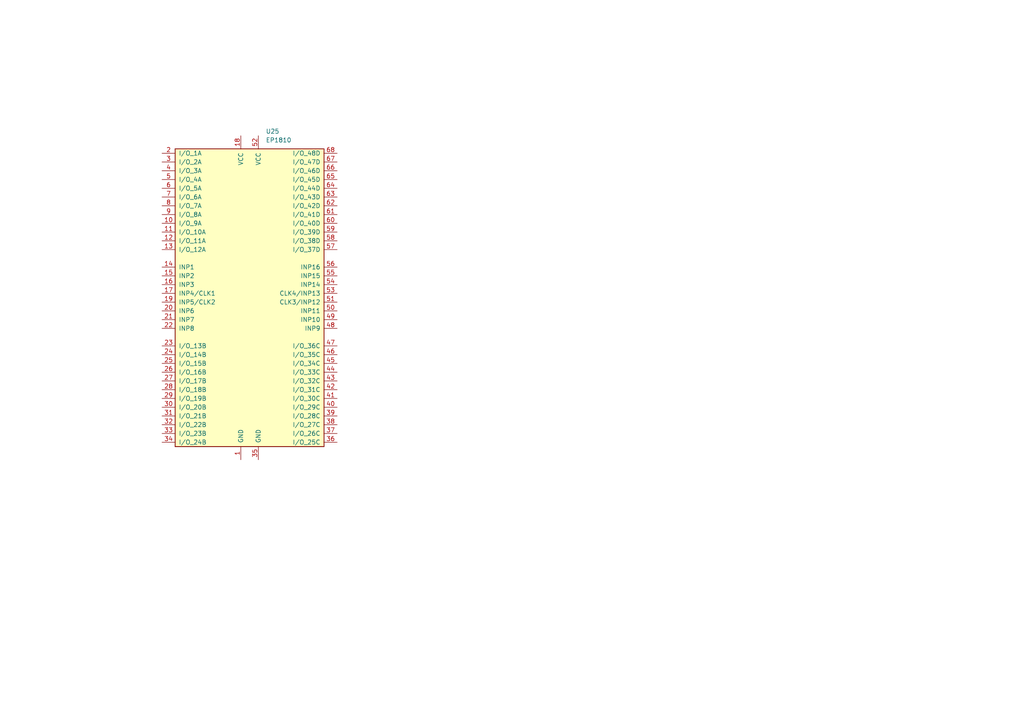
<source format=kicad_sch>
(kicad_sch (version 20250114) (generator "eeschema") (generator_version "9.0")
  (paper "A4")
  (lib_symbols
    (symbol "CPLD_Altera:EP1810" (pin_names (offset 1.016))
      (property "Reference" "U" (at -5.08 47.625 0))
      (property "Value" "EP1810" (at -5.08 45.72 0))
      (symbol "EP1810_0_1"
        (rectangle (start -21.59 -41.91) (end 21.59 44.45) (stroke (width 0.254)) (fill (type background)))
      )
      (symbol "EP1810_1_1"
        (pin input line (at -25.4 43.18 0) (length 3.81) (name "I/O_1A") (number "2"))
        (pin input line (at -25.4 40.64 0) (length 3.81) (name "I/O_2A") (number "3"))
        (pin input line (at -25.4 38.1 0) (length 3.81) (name "I/O_3A") (number "4"))
        (pin input line (at -25.4 35.56 0) (length 3.81) (name "I/O_4A") (number "5"))
        (pin input line (at -25.4 33.02 0) (length 3.81) (name "I/O_5A") (number "6"))
        (pin input line (at -25.4 30.48 0) (length 3.81) (name "I/O_6A") (number "7"))
        (pin input line (at -25.4 27.94 0) (length 3.81) (name "I/O_7A") (number "8"))
        (pin input line (at -25.4 25.4 0) (length 3.81) (name "I/O_8A") (number "9"))
        (pin input line (at -25.4 22.86 0) (length 3.81) (name "I/O_9A") (number "10"))
        (pin input line (at -25.4 20.32 0) (length 3.81) (name "I/O_10A") (number "11"))
        (pin input line (at -25.4 17.78 0) (length 3.81) (name "I/O_11A") (number "12"))
        (pin input line (at -25.4 15.24 0) (length 3.81) (name "I/O_12A") (number "13"))
        (pin input line (at -25.4 10.16 0) (length 3.81) (name "INP1") (number "14"))
        (pin input line (at -25.4 7.62 0) (length 3.81) (name "INP2") (number "15"))
        (pin input line (at -25.4 5.08 0) (length 3.81) (name "INP3") (number "16"))
        (pin input line (at -25.4 2.54 0) (length 3.81) (name "INP4/CLK1") (number "17"))
        (pin input line (at -25.4 0 0) (length 3.81) (name "INP5/CLK2") (number "19"))
        (pin input line (at -25.4 -2.54 0) (length 3.81) (name "INP6") (number "20"))
        (pin input line (at -25.4 -5.08 0) (length 3.81) (name "INP7") (number "21"))
        (pin input line (at -25.4 -7.62 0) (length 3.81) (name "INP8") (number "22"))
        (pin input line (at -25.4 -12.7 0) (length 3.81) (name "I/O_13B") (number "23"))
        (pin input line (at -25.4 -15.24 0) (length 3.81) (name "I/O_14B") (number "24"))
        (pin input line (at -25.4 -17.78 0) (length 3.81) (name "I/O_15B") (number "25"))
        (pin input line (at -25.4 -20.32 0) (length 3.81) (name "I/O_16B") (number "26"))
        (pin input line (at -25.4 -22.86 0) (length 3.81) (name "I/O_17B") (number "27"))
        (pin input line (at -25.4 -25.4 0) (length 3.81) (name "I/O_18B") (number "28"))
        (pin input line (at -25.4 -27.94 0) (length 3.81) (name "I/O_19B") (number "29"))
        (pin input line (at -25.4 -30.48 0) (length 3.81) (name "I/O_20B") (number "30"))
        (pin input line (at -25.4 -33.02 0) (length 3.81) (name "I/O_21B") (number "31"))
        (pin input line (at -25.4 -35.56 0) (length 3.81) (name "I/O_22B") (number "32"))
        (pin input line (at -25.4 -38.1 0) (length 3.81) (name "I/O_23B") (number "33"))
        (pin input line (at -25.4 -40.64 0) (length 3.81) (name "I/O_24B") (number "34"))
        (pin power_in line (at -2.54 48.26 270) (length 3.81) (name "VCC") (number "18"))
        (pin power_in line (at -2.54 -45.72 90) (length 3.81) (name "GND") (number "1"))
        (pin power_in line (at 2.54 48.26 270) (length 3.81) (name "VCC") (number "52"))
        (pin power_in line (at 2.54 -45.72 90) (length 3.81) (name "GND") (number "35"))
        (pin input line (at 25.4 43.18 180) (length 3.81) (name "I/O_48D") (number "68"))
        (pin input line (at 25.4 40.64 180) (length 3.81) (name "I/O_47D") (number "67"))
        (pin input line (at 25.4 38.1 180) (length 3.81) (name "I/O_46D") (number "66"))
        (pin input line (at 25.4 35.56 180) (length 3.81) (name "I/O_45D") (number "65"))
        (pin input line (at 25.4 33.02 180) (length 3.81) (name "I/O_44D") (number "64"))
        (pin input line (at 25.4 30.48 180) (length 3.81) (name "I/O_43D") (number "63"))
        (pin input line (at 25.4 27.94 180) (length 3.81) (name "I/O_42D") (number "62"))
        (pin input line (at 25.4 25.4 180) (length 3.81) (name "I/O_41D") (number "61"))
        (pin input line (at 25.4 22.86 180) (length 3.81) (name "I/O_40D") (number "60"))
        (pin input line (at 25.4 20.32 180) (length 3.81) (name "I/O_39D") (number "59"))
        (pin input line (at 25.4 17.78 180) (length 3.81) (name "I/O_38D") (number "58"))
        (pin input line (at 25.4 15.24 180) (length 3.81) (name "I/O_37D") (number "57"))
        (pin input line (at 25.4 10.16 180) (length 3.81) (name "INP16") (number "56"))
        (pin input line (at 25.4 7.62 180) (length 3.81) (name "INP15") (number "55"))
        (pin input line (at 25.4 5.08 180) (length 3.81) (name "INP14") (number "54"))
        (pin input line (at 25.4 2.54 180) (length 3.81) (name "CLK4/INP13") (number "53"))
        (pin input line (at 25.4 0 180) (length 3.81) (name "CLK3/INP12") (number "51"))
        (pin input line (at 25.4 -2.54 180) (length 3.81) (name "INP11") (number "50"))
        (pin input line (at 25.4 -5.08 180) (length 3.81) (name "INP10") (number "49"))
        (pin input line (at 25.4 -7.62 180) (length 3.81) (name "INP9") (number "48"))
        (pin input line (at 25.4 -12.7 180) (length 3.81) (name "I/O_36C") (number "47"))
        (pin input line (at 25.4 -15.24 180) (length 3.81) (name "I/O_35C") (number "46"))
        (pin input line (at 25.4 -17.78 180) (length 3.81) (name "I/O_34C") (number "45"))
        (pin input line (at 25.4 -20.32 180) (length 3.81) (name "I/O_33C") (number "44"))
        (pin input line (at 25.4 -22.86 180) (length 3.81) (name "I/O_32C") (number "43"))
        (pin input line (at 25.4 -25.4 180) (length 3.81) (name "I/O_31C") (number "42"))
        (pin input line (at 25.4 -27.94 180) (length 3.81) (name "I/O_30C") (number "41"))
        (pin input line (at 25.4 -30.48 180) (length 3.81) (name "I/O_29C") (number "40"))
        (pin input line (at 25.4 -33.02 180) (length 3.81) (name "I/O_28C") (number "39"))
        (pin input line (at 25.4 -35.56 180) (length 3.81) (name "I/O_27C") (number "38"))
        (pin input line (at 25.4 -38.1 180) (length 3.81) (name "I/O_26C") (number "37"))
        (pin input line (at 25.4 -40.64 180) (length 3.81) (name "I/O_25C") (number "36"))
      )
    )
  )
  (symbol (lib_id "CPLD_Altera:EP1810") (at 72.39 87.63 0) (unit 1)
    (property "Reference" "U25" (at 77.0733 38.1 0) (effects (justify left)))
    (property "Value" "EP1810" (at 77.0733 40.64 0) (effects (justify left)))
    (property "Description" "EPLD" (effects (hide yes)))
  )
)
</source>
